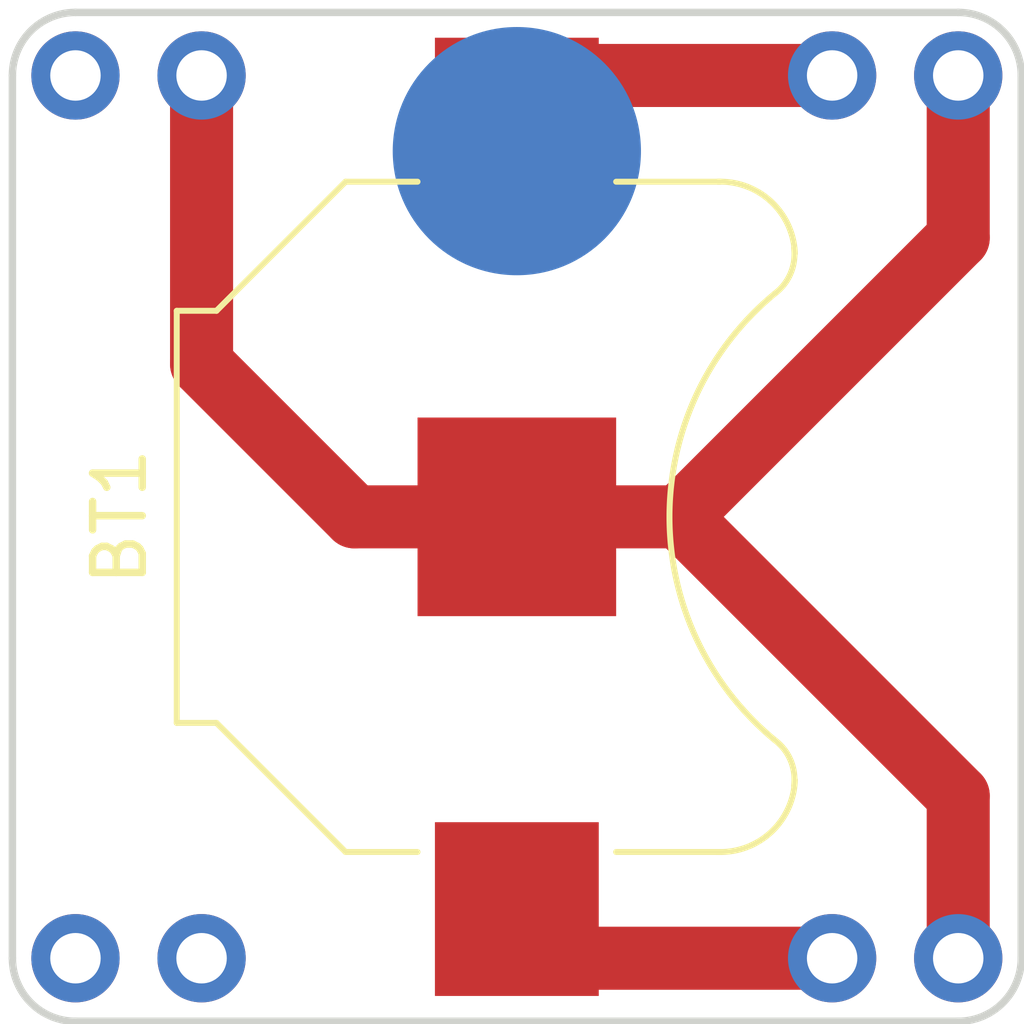
<source format=kicad_pcb>
(kicad_pcb (version 4) (host pcbnew 4.0.7)

  (general
    (links 6)
    (no_connects 1)
    (area 125.654999 64.694999 146.125001 85.165001)
    (thickness 1.6)
    (drawings 8)
    (tracks 12)
    (zones 0)
    (modules 3)
    (nets 6)
  )

  (page A4)
  (layers
    (0 F.Cu signal)
    (31 B.Cu signal)
    (32 B.Adhes user)
    (33 F.Adhes user)
    (34 B.Paste user)
    (35 F.Paste user)
    (36 B.SilkS user)
    (37 F.SilkS user)
    (38 B.Mask user)
    (39 F.Mask user)
    (40 Dwgs.User user)
    (41 Cmts.User user)
    (42 Eco1.User user)
    (43 Eco2.User user)
    (44 Edge.Cuts user)
    (45 Margin user)
    (46 B.CrtYd user)
    (47 F.CrtYd user)
    (48 B.Fab user)
    (49 F.Fab user)
  )

  (setup
    (last_trace_width 0.25)
    (trace_clearance 0.2)
    (zone_clearance 0.508)
    (zone_45_only no)
    (trace_min 0.2)
    (segment_width 0.2)
    (edge_width 0.15)
    (via_size 0.6)
    (via_drill 0.4)
    (via_min_size 0.4)
    (via_min_drill 0.3)
    (uvia_size 0.3)
    (uvia_drill 0.1)
    (uvias_allowed no)
    (uvia_min_size 0.2)
    (uvia_min_drill 0.1)
    (pcb_text_width 0.3)
    (pcb_text_size 1.5 1.5)
    (mod_edge_width 0.15)
    (mod_text_size 1 1)
    (mod_text_width 0.15)
    (pad_size 5 5)
    (pad_drill 0)
    (pad_to_mask_clearance 0.2)
    (aux_axis_origin 0 0)
    (visible_elements 7FFFFFFF)
    (pcbplotparams
      (layerselection 0x010fc_80000001)
      (usegerberextensions true)
      (excludeedgelayer true)
      (linewidth 0.100000)
      (plotframeref false)
      (viasonmask false)
      (mode 1)
      (useauxorigin false)
      (hpglpennumber 1)
      (hpglpenspeed 20)
      (hpglpendiameter 15)
      (hpglpenoverlay 2)
      (psnegative false)
      (psa4output false)
      (plotreference true)
      (plotvalue true)
      (plotinvisibletext false)
      (padsonsilk false)
      (subtractmaskfromsilk false)
      (outputformat 1)
      (mirror false)
      (drillshape 0)
      (scaleselection 1)
      (outputdirectory Gerbers/))
  )

  (net 0 "")
  (net 1 "Net-(BT1-Pad1)")
  (net 2 "Net-(BT1-Pad2)")
  (net 3 "Net-(U1-Pad1)")
  (net 4 "Net-(U1-Pad9)")
  (net 5 "Net-(U1-Pad10)")

  (net_class Default "This is the default net class."
    (clearance 0.2)
    (trace_width 0.25)
    (via_dia 0.6)
    (via_drill 0.4)
    (uvia_dia 0.3)
    (uvia_drill 0.1)
  )

  (net_class Power ""
    (clearance 0.2)
    (trace_width 1.27)
    (via_dia 0.6)
    (via_drill 0.4)
    (uvia_dia 0.3)
    (uvia_drill 0.1)
    (add_net "Net-(BT1-Pad1)")
    (add_net "Net-(BT1-Pad2)")
    (add_net "Net-(U1-Pad1)")
    (add_net "Net-(U1-Pad10)")
    (add_net "Net-(U1-Pad9)")
  )

  (module ShirtPin (layer B.Cu) (tedit 59C9EB35) (tstamp 59C89DCA)
    (at 135.89 67.564)
    (descr "module 1 pin (ou trou mecanique de percage)")
    (tags DEV)
    (fp_text reference REF** (at 0 3.50012) (layer B.SilkS) hide
      (effects (font (size 1 1) (thickness 0.15)) (justify mirror))
    )
    (fp_text value 1Pin (at 0.24892 -3.74904) (layer B.Fab) hide
      (effects (font (size 1 1) (thickness 0.15)) (justify mirror))
    )
    (pad 1 smd circle (at 0 0) (size 5 5) (layers B.Cu B.Mask))
  )

  (module Battery_Holders:Keystone_3000_1x12mm-CoinCell (layer F.Cu) (tedit 58972371) (tstamp 59C8999F)
    (at 135.89 74.93 90)
    (descr http://www.keyelco.com/product-pdf.cfm?p=777)
    (tags "Keystone type 3000 coin cell retainer")
    (path /59C8990C)
    (attr smd)
    (fp_text reference BT1 (at 0 -8 90) (layer F.SilkS)
      (effects (font (size 1 1) (thickness 0.15)))
    )
    (fp_text value CR1220 (at 0 7.5 90) (layer F.Fab)
      (effects (font (size 1 1) (thickness 0.15)))
    )
    (fp_arc (start 0 0) (end 0 6.75) (angle 36.6) (layer F.CrtYd) (width 0.05))
    (fp_arc (start 0.11 9.15) (end 4.22 5.65) (angle -3.1) (layer F.CrtYd) (width 0.05))
    (fp_arc (start 0.11 9.15) (end -4.22 5.65) (angle 3.1) (layer F.CrtYd) (width 0.05))
    (fp_arc (start 0 0) (end 0 6.75) (angle -36.6) (layer F.CrtYd) (width 0.05))
    (fp_arc (start 5.25 4.1) (end 5.3 6.1) (angle -90) (layer F.CrtYd) (width 0.05))
    (fp_arc (start 5.29 4.6) (end 4.22 5.65) (angle -54.1) (layer F.CrtYd) (width 0.05))
    (fp_arc (start -5.29 4.6) (end -4.22 5.65) (angle 54.1) (layer F.CrtYd) (width 0.05))
    (fp_circle (center 0 0) (end 0 6.25) (layer Dwgs.User) (width 0.15))
    (fp_arc (start 5.29 4.6) (end 4.5 5.2) (angle -60) (layer F.SilkS) (width 0.12))
    (fp_arc (start -5.29 4.6) (end -4.5 5.2) (angle 60) (layer F.SilkS) (width 0.12))
    (fp_arc (start 0 8.9) (end -4.5 5.2) (angle 101) (layer F.SilkS) (width 0.12))
    (fp_arc (start 5.29 4.6) (end 4.6 5.1) (angle -60) (layer F.Fab) (width 0.1))
    (fp_arc (start -5.29 4.6) (end -4.6 5.1) (angle 60) (layer F.Fab) (width 0.1))
    (fp_arc (start 0 8.9) (end -4.6 5.1) (angle 101) (layer F.Fab) (width 0.1))
    (fp_arc (start -5.25 4.1) (end -5.3 6.1) (angle 90) (layer F.CrtYd) (width 0.05))
    (fp_arc (start 5.25 4.1) (end 5.3 5.6) (angle -90) (layer F.SilkS) (width 0.12))
    (fp_arc (start -5.25 4.1) (end -5.3 5.6) (angle 90) (layer F.SilkS) (width 0.12))
    (fp_line (start -7.25 2.15) (end -7.25 4.1) (layer F.CrtYd) (width 0.05))
    (fp_line (start 7.25 2.15) (end 7.25 4.1) (layer F.CrtYd) (width 0.05))
    (fp_line (start 6.75 2) (end 6.75 4.1) (layer F.SilkS) (width 0.12))
    (fp_line (start -6.75 2) (end -6.75 4.1) (layer F.SilkS) (width 0.12))
    (fp_arc (start 5.25 4.1) (end 5.3 5.45) (angle -90) (layer F.Fab) (width 0.1))
    (fp_line (start 7.25 -2.15) (end 7.25 -3.8) (layer F.CrtYd) (width 0.05))
    (fp_line (start 7.25 -3.8) (end 4.65 -6.4) (layer F.CrtYd) (width 0.05))
    (fp_line (start 4.65 -6.4) (end 4.65 -7.35) (layer F.CrtYd) (width 0.05))
    (fp_line (start -4.65 -7.35) (end 4.65 -7.35) (layer F.CrtYd) (width 0.05))
    (fp_line (start -4.65 -6.4) (end -4.65 -7.35) (layer F.CrtYd) (width 0.05))
    (fp_line (start -7.25 -3.8) (end -4.65 -6.4) (layer F.CrtYd) (width 0.05))
    (fp_line (start -7.25 -2.15) (end -7.25 -3.8) (layer F.CrtYd) (width 0.05))
    (fp_line (start -6.75 -2) (end -6.75 -3.45) (layer F.SilkS) (width 0.12))
    (fp_line (start -6.75 -3.45) (end -4.15 -6.05) (layer F.SilkS) (width 0.12))
    (fp_line (start -4.15 -6.05) (end -4.15 -6.85) (layer F.SilkS) (width 0.12))
    (fp_line (start -4.15 -6.85) (end 4.15 -6.85) (layer F.SilkS) (width 0.12))
    (fp_line (start 4.15 -6.85) (end 4.15 -6.05) (layer F.SilkS) (width 0.12))
    (fp_line (start 4.15 -6.05) (end 6.75 -3.45) (layer F.SilkS) (width 0.12))
    (fp_line (start 6.75 -3.45) (end 6.75 -2) (layer F.SilkS) (width 0.12))
    (fp_line (start -7.25 -2.15) (end -10.15 -2.15) (layer F.CrtYd) (width 0.05))
    (fp_line (start -10.15 -2.15) (end -10.15 2.15) (layer F.CrtYd) (width 0.05))
    (fp_line (start -10.15 2.15) (end -7.25 2.15) (layer F.CrtYd) (width 0.05))
    (fp_line (start 7.25 -2.15) (end 10.15 -2.15) (layer F.CrtYd) (width 0.05))
    (fp_line (start 10.15 -2.15) (end 10.15 2.15) (layer F.CrtYd) (width 0.05))
    (fp_line (start 10.15 2.15) (end 7.25 2.15) (layer F.CrtYd) (width 0.05))
    (fp_arc (start -5.25 4.1) (end -5.3 5.45) (angle 90) (layer F.Fab) (width 0.1))
    (fp_line (start 6.6 -3.4) (end 6.6 4.1) (layer F.Fab) (width 0.1))
    (fp_line (start -6.6 -3.4) (end -6.6 4.1) (layer F.Fab) (width 0.1))
    (fp_line (start 4 -6) (end 6.6 -3.4) (layer F.Fab) (width 0.1))
    (fp_line (start -4 -6) (end -6.6 -3.4) (layer F.Fab) (width 0.1))
    (fp_line (start 4 -6.7) (end 4 -6) (layer F.Fab) (width 0.1))
    (fp_line (start -4 -6.7) (end -4 -6) (layer F.Fab) (width 0.1))
    (fp_line (start -4 -6.7) (end 4 -6.7) (layer F.Fab) (width 0.1))
    (pad 1 smd rect (at -7.9 0 90) (size 3.5 3.3) (layers F.Cu F.Paste F.Mask)
      (net 1 "Net-(BT1-Pad1)"))
    (pad 1 smd rect (at 7.9 0 90) (size 3.5 3.3) (layers F.Cu F.Paste F.Mask)
      (net 1 "Net-(BT1-Pad1)"))
    (pad 2 smd rect (at 0 0 90) (size 4 4) (layers F.Cu F.Mask)
      (net 2 "Net-(BT1-Pad2)"))
    (model Battery_Holders.3dshapes/Keystone_3000_1x12mm-CoinCell.wrl
      (at (xyz 0 0 0))
      (scale (xyz 1 1 1))
      (rotate (xyz 0 0 0))
    )
  )

  (module minibadge_kicad:SAINTCON-Minibadge-PowerOnly-NoSilk (layer F.Cu) (tedit 59C9EB41) (tstamp 59C899AB)
    (at 125.73 64.77)
    (descr "SAINTCON Minibadge https://github.com/lukejenkins/minibadge")
    (tags "SAINTCON Minibadge")
    (path /59C898BB)
    (fp_text reference U1 (at 1.905 -1.27) (layer F.SilkS) hide
      (effects (font (size 1 1) (thickness 0.15)))
    )
    (fp_text value SAINTCON-Minibadge (at 7.62 21.59) (layer F.Fab) hide
      (effects (font (size 1 1) (thickness 0.15)))
    )
    (pad 1 thru_hole circle (at 1.27 1.27 90) (size 1.778 1.778) (drill 1.016) (layers *.Cu *.Mask)
      (net 3 "Net-(U1-Pad1)"))
    (pad 2 thru_hole circle (at 3.81 1.27 90) (size 1.778 1.778) (drill 1.016) (layers *.Cu *.Mask)
      (net 2 "Net-(BT1-Pad2)"))
    (pad 7 thru_hole circle (at 16.51 1.27 90) (size 1.778 1.778) (drill 1.016) (layers *.Cu *.Mask)
      (net 1 "Net-(BT1-Pad1)"))
    (pad 8 thru_hole circle (at 19.05 1.27 90) (size 1.778 1.778) (drill 1.016) (layers *.Cu *.Mask)
      (net 2 "Net-(BT1-Pad2)"))
    (pad 9 thru_hole circle (at 1.27 19.05 90) (size 1.778 1.778) (drill 1.016) (layers *.Cu *.Mask)
      (net 4 "Net-(U1-Pad9)"))
    (pad 10 thru_hole circle (at 3.81 19.05 90) (size 1.778 1.778) (drill 1.016) (layers *.Cu *.Mask)
      (net 5 "Net-(U1-Pad10)"))
    (pad 15 thru_hole circle (at 16.51 19.05 90) (size 1.778 1.778) (drill 1.016) (layers *.Cu *.Mask)
      (net 1 "Net-(BT1-Pad1)"))
    (pad 16 thru_hole circle (at 19.05 19.05 90) (size 1.778 1.778) (drill 1.016) (layers *.Cu *.Mask)
      (net 2 "Net-(BT1-Pad2)"))
  )

  (gr_arc (start 127 66.04) (end 125.73 66.04) (angle 90) (layer Edge.Cuts) (width 0.15))
  (gr_arc (start 127 83.82) (end 127 85.09) (angle 90) (layer Edge.Cuts) (width 0.15))
  (gr_arc (start 144.78 83.82) (end 146.05 83.82) (angle 90) (layer Edge.Cuts) (width 0.15))
  (gr_arc (start 144.78 66.04) (end 144.78 64.77) (angle 90) (layer Edge.Cuts) (width 0.15))
  (gr_line (start 125.73 83.82) (end 125.73 66.04) (layer Edge.Cuts) (width 0.15))
  (gr_line (start 144.78 85.09) (end 127 85.09) (layer Edge.Cuts) (width 0.15))
  (gr_line (start 146.05 66.04) (end 146.05 83.82) (layer Edge.Cuts) (width 0.15))
  (gr_line (start 127 64.77) (end 144.78 64.77) (layer Edge.Cuts) (width 0.15))

  (segment (start 142.24 66.04) (end 136.88 66.04) (width 1.27) (layer F.Cu) (net 1))
  (segment (start 136.88 66.04) (end 135.89 67.03) (width 1.27) (layer F.Cu) (net 1))
  (segment (start 142.24 83.82) (end 136.88 83.82) (width 1.27) (layer F.Cu) (net 1))
  (segment (start 136.88 83.82) (end 135.89 82.83) (width 1.27) (layer F.Cu) (net 1))
  (segment (start 144.78 83.82) (end 144.78 80.55) (width 1.27) (layer F.Cu) (net 2))
  (segment (start 144.78 80.55) (end 139.16 74.93) (width 1.27) (layer F.Cu) (net 2))
  (segment (start 139.16 74.93) (end 135.89 74.93) (width 1.27) (layer F.Cu) (net 2))
  (segment (start 144.78 66.04) (end 144.78 69.31) (width 1.27) (layer F.Cu) (net 2))
  (segment (start 144.78 69.31) (end 139.16 74.93) (width 1.27) (layer F.Cu) (net 2))
  (segment (start 129.54 66.04) (end 129.54 71.85) (width 1.27) (layer F.Cu) (net 2))
  (segment (start 129.54 71.85) (end 132.62 74.93) (width 1.27) (layer F.Cu) (net 2))
  (segment (start 132.62 74.93) (end 135.89 74.93) (width 1.27) (layer F.Cu) (net 2))

)

</source>
